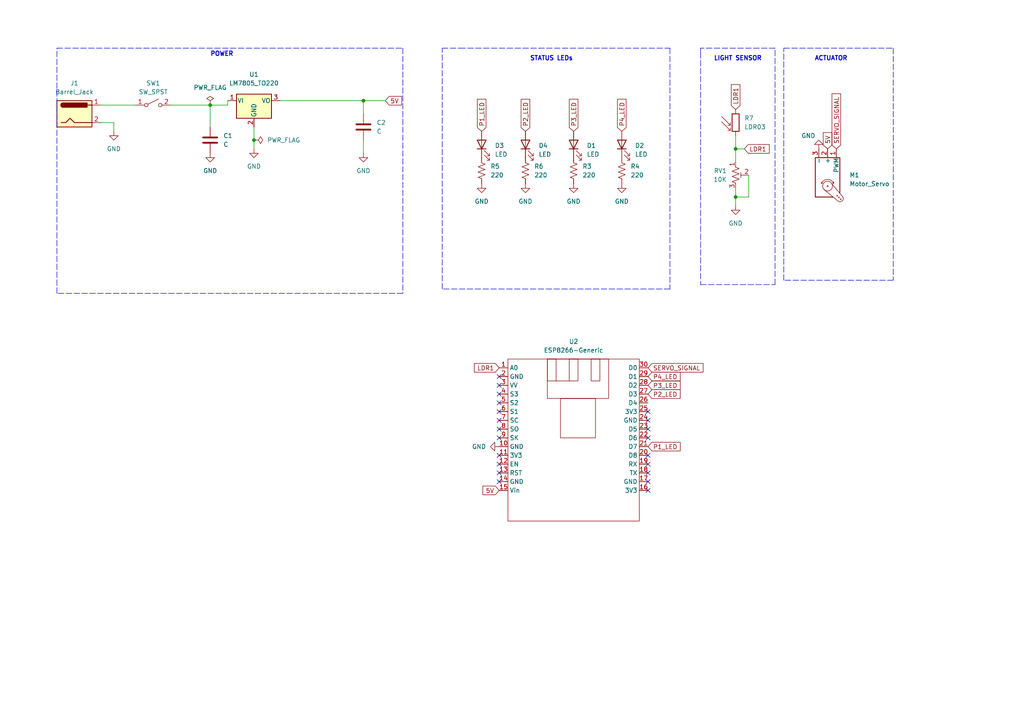
<source format=kicad_sch>
(kicad_sch (version 20211123) (generator eeschema)
  (paper "A4")
  (title_block (title "Process Status System For IC class") (date "2022-06-01") (rev "1") (company "JKUAT ECE 4.1/2022"))
  (lib_symbols
    (symbol "Connector:Barrel_Jack" (pin_names (offset 1.016))
      (property "Reference" "J" (at 0 5.334 0))
      (property "Value" "Barrel_Jack" (at 0 -5.08 0))
      (symbol "Barrel_Jack_0_1"
        (rectangle (start -5.08 3.81) (end 5.08 -3.81) (stroke (width 0.254)) (fill (type background)))
        (arc (start -3.302 3.175) (mid -3.937 2.54) (end -3.302 1.905) (stroke (width 0.254)))
        (arc (start -3.302 3.175) (mid -3.937 2.54) (end -3.302 1.905) (stroke (width 0.254)) (fill (type outline)))
        (polyline (pts (xy 5.08 2.54) (xy 3.81 2.54)) (stroke (width 0.254)))
        (polyline (pts (xy -3.81 -2.54) (xy -2.54 -2.54) (xy -1.27 -1.27) (xy 0 -2.54) (xy 2.54 -2.54) (xy 5.08 -2.54)) (stroke (width 0.254)))
        (rectangle (start 3.683 3.175) (end -3.302 1.905) (stroke (width 0.254)) (fill (type outline)))
      )
      (symbol "Barrel_Jack_1_1"
        (pin passive line (at 7.62 2.54 180) (length 2.54) (name "~") (number "1"))
        (pin passive line (at 7.62 -2.54 180) (length 2.54) (name "~") (number "2"))
      )
    )
    (symbol "DEV_BOARDS:ESP8266-Generic"
      (property "Reference" "U" (at 8.89 1.27 0))
      (property "Value" "ESP8266-Generic" (at 8.89 3.81 0))
      (symbol "ESP8266-Generic_0_1"
        (polyline (pts (xy 13.97 -6.35) (xy 17.78 -6.35)))
        (rectangle (start 0 0) (end 38.1 -46.99))
        (rectangle (start 11.43 0) (end 13.97 -6.35))
        (rectangle (start 11.43 0) (end 29.21 -11.43))
        (rectangle (start 15.24 -11.43) (end 25.4 -22.86))
        (rectangle (start 20.32 -6.35) (end 17.78 0))
        (rectangle (start 24.13 0) (end 26.67 -6.35))
      )
      (symbol "ESP8266-Generic_1_1"
        (pin input line (at -2.54 -2.54 0) (length 2.54) (name "A0") (number "1"))
        (pin input line (at -2.54 -25.4 0) (length 2.54) (name "GND") (number "10"))
        (pin input line (at -2.54 -27.94 0) (length 2.54) (name "3V3") (number "11"))
        (pin input line (at -2.54 -30.48 0) (length 2.54) (name "EN") (number "12"))
        (pin input line (at -2.54 -33.02 0) (length 2.54) (name "RST") (number "13"))
        (pin input line (at -2.54 -35.56 0) (length 2.54) (name "GND") (number "14"))
        (pin input line (at -2.54 -38.1 0) (length 2.54) (name "Vin") (number "15"))
        (pin input line (at 40.64 -38.1 180) (length 2.54) (name "3V3") (number "16"))
        (pin input line (at 40.64 -35.56 180) (length 2.54) (name "GND") (number "17"))
        (pin input line (at 40.64 -33.02 180) (length 2.54) (name "TX") (number "18"))
        (pin input line (at 40.64 -30.48 180) (length 2.54) (name "RX") (number "19"))
        (pin input line (at -2.54 -5.08 0) (length 2.54) (name "GND") (number "2"))
        (pin input line (at 40.64 -27.94 180) (length 2.54) (name "D8") (number "20"))
        (pin input line (at 40.64 -25.4 180) (length 2.54) (name "D7") (number "21"))
        (pin input line (at 40.64 -22.86 180) (length 2.54) (name "D6") (number "22"))
        (pin input line (at 40.64 -20.32 180) (length 2.54) (name "D5") (number "23"))
        (pin input line (at 40.64 -17.78 180) (length 2.54) (name "GND") (number "24"))
        (pin input line (at 40.64 -15.24 180) (length 2.54) (name "3V3") (number "25"))
        (pin input line (at 40.64 -12.7 180) (length 2.54) (name "D4") (number "26"))
        (pin input line (at 40.64 -10.16 180) (length 2.54) (name "D3") (number "27"))
        (pin input line (at 40.64 -7.62 180) (length 2.54) (name "D2") (number "28"))
        (pin input line (at 40.64 -5.08 180) (length 2.54) (name "D1") (number "29"))
        (pin input line (at -2.54 -7.62 0) (length 2.54) (name "VV") (number "3"))
        (pin input line (at 40.64 -2.54 180) (length 2.54) (name "D0") (number "30"))
        (pin input line (at -2.54 -10.16 0) (length 2.54) (name "S3") (number "4"))
        (pin input line (at -2.54 -12.7 0) (length 2.54) (name "S2") (number "5"))
        (pin input line (at -2.54 -15.24 0) (length 2.54) (name "S1") (number "6"))
        (pin input line (at -2.54 -17.78 0) (length 2.54) (name "SC") (number "7"))
        (pin input line (at -2.54 -20.32 0) (length 2.54) (name "SO") (number "8"))
        (pin input line (at -2.54 -22.86 0) (length 2.54) (name "SK") (number "9"))
      )
    )
    (symbol "Device:C" (pin_numbers hide) (pin_names (offset 0.254))
      (property "Reference" "C" (at 0.635 2.54 0))
      (property "Value" "C" (at 0.635 -2.54 0))
      (symbol "C_0_1"
        (polyline (pts (xy -2.032 -0.762) (xy 2.032 -0.762)) (stroke (width 0.508)))
        (polyline (pts (xy -2.032 0.762) (xy 2.032 0.762)) (stroke (width 0.508)))
      )
      (symbol "C_1_1"
        (pin passive line (at 0 3.81 270) (length 2.794) (name "~") (number "1"))
        (pin passive line (at 0 -3.81 90) (length 2.794) (name "~") (number "2"))
      )
    )
    (symbol "Device:LED" (pin_numbers hide) (pin_names (offset 1.016) hide)
      (property "Reference" "D" (at 0 2.54 0))
      (property "Value" "LED" (at 0 -2.54 0))
      (symbol "LED_0_1"
        (polyline (pts (xy -1.27 -1.27) (xy -1.27 1.27)) (stroke (width 0.254)))
        (polyline (pts (xy -1.27 0) (xy 1.27 0)))
        (polyline (pts (xy 1.27 -1.27) (xy 1.27 1.27) (xy -1.27 0) (xy 1.27 -1.27)) (stroke (width 0.254)))
        (polyline (pts (xy -3.048 -0.762) (xy -4.572 -2.286) (xy -3.81 -2.286) (xy -4.572 -2.286) (xy -4.572 -1.524)))
        (polyline (pts (xy -1.778 -0.762) (xy -3.302 -2.286) (xy -2.54 -2.286) (xy -3.302 -2.286) (xy -3.302 -1.524)))
      )
      (symbol "LED_1_1"
        (pin passive line (at -3.81 0 0) (length 2.54) (name "K") (number "1"))
        (pin passive line (at 3.81 0 180) (length 2.54) (name "A") (number "2"))
      )
    )
    (symbol "Device:R_Potentiometer_Trim_US" (pin_names (offset 1.016) hide)
      (property "Reference" "RV" (at -4.445 0 90))
      (property "Value" "R_Potentiometer_Trim_US" (at -2.54 0 90))
      (symbol "R_Potentiometer_Trim_US_0_1"
        (polyline (pts (xy 0 -2.286) (xy 0 -2.54)))
        (polyline (pts (xy 0 2.286) (xy 0 2.54)))
        (polyline (pts (xy 1.524 0.762) (xy 1.524 -0.762)))
        (polyline (pts (xy 2.54 0) (xy 1.524 0)))
        (polyline (pts (xy 0 -0.762) (xy 1.016 -1.143) (xy 0 -1.524) (xy -1.016 -1.905) (xy 0 -2.286)))
        (polyline (pts (xy 0 0.762) (xy 1.016 0.381) (xy 0 0) (xy -1.016 -0.381) (xy 0 -0.762)))
        (polyline (pts (xy 0 2.286) (xy 1.016 1.905) (xy 0 1.524) (xy -1.016 1.143) (xy 0 0.762)))
      )
      (symbol "R_Potentiometer_Trim_US_1_1"
        (pin passive line (at 0 3.81 270) (length 1.27) (name "1") (number "1"))
        (pin passive line (at 3.81 0 180) (length 1.27) (name "2") (number "2"))
        (pin passive line (at 0 -3.81 90) (length 1.27) (name "3") (number "3"))
      )
    )
    (symbol "Device:R_US" (pin_numbers hide) (pin_names (offset 0))
      (property "Reference" "R" (at 2.54 0 90))
      (property "Value" "R_US" (at -2.54 0 90))
      (symbol "R_US_0_1"
        (polyline (pts (xy 0 -2.286) (xy 0 -2.54)))
        (polyline (pts (xy 0 2.286) (xy 0 2.54)))
        (polyline (pts (xy 0 -0.762) (xy 1.016 -1.143) (xy 0 -1.524) (xy -1.016 -1.905) (xy 0 -2.286)))
        (polyline (pts (xy 0 0.762) (xy 1.016 0.381) (xy 0 0) (xy -1.016 -0.381) (xy 0 -0.762)))
        (polyline (pts (xy 0 2.286) (xy 1.016 1.905) (xy 0 1.524) (xy -1.016 1.143) (xy 0 0.762)))
      )
      (symbol "R_US_1_1"
        (pin passive line (at 0 3.81 270) (length 1.27) (name "~") (number "1"))
        (pin passive line (at 0 -3.81 90) (length 1.27) (name "~") (number "2"))
      )
    )
    (symbol "Motor:Motor_Servo" (pin_names (offset 0.0254))
      (property "Reference" "M" (at -5.08 4.445 0))
      (property "Value" "Motor_Servo" (at -5.08 -4.064 0))
      (symbol "Motor_Servo_0_1"
        (polyline (pts (xy 2.413 -1.778) (xy 2.032 -1.778)))
        (polyline (pts (xy 2.413 -1.778) (xy 2.286 -1.397)))
        (polyline (pts (xy 2.413 1.778) (xy 1.905 1.778)))
        (polyline (pts (xy 2.413 1.778) (xy 2.286 1.397)))
        (polyline (pts (xy 6.35 4.445) (xy 2.54 1.27)))
        (polyline (pts (xy 7.62 3.175) (xy 4.191 -1.016)))
        (polyline (pts (xy 5.08 3.556) (xy -5.08 3.556) (xy -5.08 -3.556) (xy 6.35 -3.556) (xy 6.35 1.524)) (stroke (width 0.254)))
        (arc (start 2.413 1.778) (mid 1.2406 0) (end 2.413 -1.778))
        (circle (center 3.175 0) (radius 0.1778))
        (circle (center 3.175 0) (radius 1.4224))
        (circle (center 5.969 2.794) (radius 0.127))
        (circle (center 6.477 3.302) (radius 0.127))
        (circle (center 6.985 3.81) (radius 0.127))
        (arc (start 7.62 3.175) (mid 7.4485 4.2735) (end 6.35 4.445))
      )
      (symbol "Motor_Servo_1_1"
        (pin passive line (at -7.62 2.54 0) (length 2.54) (name "PWM") (number "1"))
        (pin passive line (at -7.62 0 0) (length 2.54) (name "+") (number "2"))
        (pin passive line (at -7.62 -2.54 0) (length 2.54) (name "-") (number "3"))
      )
    )
    (symbol "Regulator_Linear:LM7805_TO220" (pin_names (offset 0.254))
      (property "Reference" "U" (at -3.81 3.175 0))
      (property "Value" "LM7805_TO220" (at 0 3.175 0))
      (symbol "LM7805_TO220_0_1"
        (rectangle (start -5.08 1.905) (end 5.08 -5.08) (stroke (width 0.254)) (fill (type background)))
      )
      (symbol "LM7805_TO220_1_1"
        (pin power_in line (at -7.62 0 0) (length 2.54) (name "VI") (number "1"))
        (pin power_in line (at 0 -7.62 90) (length 2.54) (name "GND") (number "2"))
        (pin power_out line (at 7.62 0 180) (length 2.54) (name "VO") (number "3"))
      )
    )
    (symbol "Sensor_Optical:LDR03" (pin_numbers hide) (pin_names (offset 0))
      (property "Reference" "R" (at -5.08 0 90))
      (property "Value" "LDR03" (at 1.905 0 90))
      (symbol "LDR03_0_1"
        (rectangle (start -1.016 2.54) (end 1.016 -2.54) (stroke (width 0.254)))
        (polyline (pts (xy -1.524 -2.286) (xy -4.064 0.254)))
        (polyline (pts (xy -1.524 -2.286) (xy -2.286 -2.286)))
        (polyline (pts (xy -1.524 -2.286) (xy -1.524 -1.524)))
        (polyline (pts (xy -1.524 -0.762) (xy -4.064 1.778)))
        (polyline (pts (xy -1.524 -0.762) (xy -2.286 -0.762)))
        (polyline (pts (xy -1.524 -0.762) (xy -1.524 0)))
      )
      (symbol "LDR03_1_1"
        (pin passive line (at 0 3.81 270) (length 1.27) (name "~") (number "1"))
        (pin passive line (at 0 -3.81 90) (length 1.27) (name "~") (number "2"))
      )
    )
    (symbol "Switch:SW_SPST" (pin_names (offset 0) hide)
      (property "Reference" "SW" (at 0 3.175 0))
      (property "Value" "SW_SPST" (at 0 -2.54 0))
      (symbol "SW_SPST_0_0"
        (circle (center -2.032 0) (radius 0.508))
        (polyline (pts (xy -1.524 0.254) (xy 1.524 1.778)))
        (circle (center 2.032 0) (radius 0.508))
      )
      (symbol "SW_SPST_1_1"
        (pin passive line (at -5.08 0 0) (length 2.54) (name "A") (number "1"))
        (pin passive line (at 5.08 0 180) (length 2.54) (name "B") (number "2"))
      )
    )
    (symbol "power:GND" (power) (pin_names (offset 0))
      (property "Value" "GND" (at 0 -3.81 0))
      (symbol "GND_0_1"
        (polyline (pts (xy 0 0) (xy 0 -1.27) (xy 1.27 -1.27) (xy 0 -2.54) (xy -1.27 -1.27) (xy 0 -1.27)))
      )
      (symbol "GND_1_1"
        (pin power_in line (at 0 0 270) (length 0) hide (name "GND") (number "1"))
      )
    )
    (symbol "power:PWR_FLAG" (power) (pin_numbers hide) (pin_names (offset 0) hide)
      (property "Value" "PWR_FLAG" (at 0 3.81 0))
      (symbol "PWR_FLAG_0_0"
        (pin power_out line (at 0 0 90) (length 0) (name "pwr") (number "1"))
      )
      (symbol "PWR_FLAG_0_1"
        (polyline (pts (xy 0 0) (xy 0 1.27) (xy -1.016 1.905) (xy 0 2.54) (xy 1.016 1.905) (xy 0 1.27)))
      )
    )
  )
  (junction (at 213.36 43.18))
  (junction (at 73.66 40.64))
  (junction (at 105.41 29.21))
  (junction (at 213.36 57.15))
  (junction (at 60.96 30.48))
  (no_connect (at 187.96 121.92))
  (no_connect (at 144.78 114.3))
  (no_connect (at 187.96 142.24))
  (no_connect (at 144.78 127))
  (no_connect (at 187.96 134.62))
  (no_connect (at 144.78 109.22))
  (no_connect (at 187.96 139.7))
  (no_connect (at 144.78 119.38))
  (no_connect (at 144.78 116.84))
  (no_connect (at 144.78 111.76))
  (no_connect (at 144.78 137.16))
  (no_connect (at 187.96 137.16))
  (no_connect (at 144.78 132.08))
  (no_connect (at 144.78 124.46))
  (no_connect (at 187.96 124.46))
  (no_connect (at 144.78 134.62))
  (no_connect (at 187.96 119.38))
  (no_connect (at 144.78 121.92))
  (no_connect (at 144.78 139.7))
  (no_connect (at 187.96 127))
  (no_connect (at 187.96 132.08))
  (polyline (pts (xy 116.84 13.97) (xy 116.84 85.09)))
  (polyline (pts (xy 128.27 13.97) (xy 133.35 13.97)))
  (wire (pts (xy 29.21 35.56) (xy 33.02 35.56)))
  (polyline (pts (xy 203.2 13.97) (xy 203.2 15.24)))
  (polyline (pts (xy 203.2 15.24) (xy 203.2 82.55)))
  (wire (pts (xy 213.36 43.18) (xy 215.9 43.18)))
  (wire (pts (xy 60.96 30.48) (xy 66.04 30.48)))
  (polyline (pts (xy 16.51 13.97) (xy 116.84 13.97)))
  (wire (pts (xy 105.41 29.21) (xy 105.41 33.02)))
  (wire (pts (xy 29.21 30.48) (xy 39.37 30.48)))
  (wire (pts (xy 60.96 30.48) (xy 60.96 36.83)))
  (polyline (pts (xy 194.31 13.97) (xy 194.31 83.82)))
  (wire (pts (xy 49.53 30.48) (xy 60.96 30.48)))
  (wire (pts (xy 105.41 29.21) (xy 111.76 29.21)))
  (polyline (pts (xy 116.84 85.09) (xy 16.51 85.09)))
  (wire (pts (xy 73.66 36.83) (xy 73.66 40.64)))
  (wire (pts (xy 217.17 57.15) (xy 213.36 57.15)))
  (wire (pts (xy 213.36 54.61) (xy 213.36 57.15)))
  (wire (pts (xy 217.17 50.8) (xy 217.17 57.15)))
  (polyline (pts (xy 259.08 81.28) (xy 227.33 81.28)))
  (wire (pts (xy 73.66 40.64) (xy 73.66 43.18)))
  (polyline (pts (xy 194.31 83.82) (xy 128.27 83.82)))
  (polyline (pts (xy 224.79 13.97) (xy 203.2 13.97)))
  (polyline (pts (xy 259.08 13.97) (xy 259.08 81.28)))
  (polyline (pts (xy 128.27 83.82) (xy 128.27 13.97)))
  (wire (pts (xy 33.02 35.56) (xy 33.02 38.1)))
  (polyline (pts (xy 227.33 81.28) (xy 227.33 13.97)))
  (wire (pts (xy 213.36 39.37) (xy 213.36 43.18)))
  (wire (pts (xy 213.36 57.15) (xy 213.36 59.69)))
  (polyline (pts (xy 203.2 82.55) (xy 224.79 82.55)))
  (polyline (pts (xy 16.51 85.09) (xy 16.51 13.97)))
  (wire (pts (xy 105.41 40.64) (xy 105.41 44.45)))
  (wire (pts (xy 81.28 29.21) (xy 105.41 29.21)))
  (wire (pts (xy 213.36 43.18) (xy 213.36 46.99)))
  (polyline (pts (xy 133.35 13.97) (xy 194.31 13.97)))
  (polyline (pts (xy 224.79 82.55) (xy 224.79 13.97)))
  (polyline (pts (xy 227.33 13.97) (xy 259.08 13.97)))
  (wire (pts (xy 66.04 30.48) (xy 66.04 29.21)))
  (text "LIGHT SENSOR\n" (at 207.01 17.78 0) (effects (font (size 1.27 1.27) bold) (justify left bottom)))
  (text "ACTUATOR\n" (at 236.22 17.78 0) (effects (font (size 1.27 1.27) (thickness 0.254) bold) (justify left bottom)))
  (text "POWER" (at 60.96 16.51 0) (effects (font (size 1.27 1.27) bold) (justify left bottom)))
  (text "STATUS LEDs" (at 153.67 17.78 0) (effects (font (size 1.27 1.27) bold) (justify left bottom)))
  (global_label "P3_LED" (shape input) (at 166.37 38.1 90) (property "Intersheet References" "${INTERSHEET_REFS}" (effects hide)))
  (global_label "5V" (shape input) (at 111.76 29.21 0) (property "Intersheet References" "${INTERSHEET_REFS}" (effects hide)))
  (global_label "P3_LED" (shape input) (at 187.96 111.76 0) (property "Intersheet References" "${INTERSHEET_REFS}" (effects hide)))
  (global_label "5V" (shape input) (at 144.78 142.24 180) (property "Intersheet References" "${INTERSHEET_REFS}" (effects hide)))
  (global_label "P1_LED" (shape input) (at 187.96 129.54 0) (property "Intersheet References" "${INTERSHEET_REFS}" (effects hide)))
  (global_label "P2_LED" (shape input) (at 187.96 114.3 0) (property "Intersheet References" "${INTERSHEET_REFS}" (effects hide)))
  (global_label "P4_LED" (shape input) (at 180.34 38.1 90) (property "Intersheet References" "${INTERSHEET_REFS}" (effects hide)))
  (global_label "LDR1" (shape input) (at 144.78 106.68 180) (property "Intersheet References" "${INTERSHEET_REFS}" (effects hide)))
  (global_label "P1_LED" (shape input) (at 139.7 38.1 90) (property "Intersheet References" "${INTERSHEET_REFS}" (effects hide)))
  (global_label "5V" (shape input) (at 240.03 43.18 90) (property "Intersheet References" "${INTERSHEET_REFS}" (effects hide)))
  (global_label "P4_LED" (shape input) (at 187.96 109.22 0) (property "Intersheet References" "${INTERSHEET_REFS}" (effects hide)))
  (global_label "P2_LED" (shape input) (at 152.4 38.1 90) (property "Intersheet References" "${INTERSHEET_REFS}" (effects hide)))
  (global_label "LDR1" (shape input) (at 213.36 31.75 90) (property "Intersheet References" "${INTERSHEET_REFS}" (effects hide)))
  (global_label "SERVO_SIGNAL" (shape input) (at 187.96 106.68 0) (property "Intersheet References" "${INTERSHEET_REFS}" (effects hide)))
  (global_label "LDR1" (shape input) (at 215.9 43.18 0) (property "Intersheet References" "${INTERSHEET_REFS}" (effects hide)))
  (global_label "SERVO_SIGNAL" (shape input) (at 242.57 43.18 90) (property "Intersheet References" "${INTERSHEET_REFS}" (effects hide)))
  (symbol (lib_id "power:PWR_FLAG") (at 60.96 30.48 0) (unit 1)
    (property "Reference" "#FLG01" (effects hide))
    (property "Value" "PWR_FLAG" (at 60.96 25.4 0))
  )
  (symbol (lib_id "power:GND") (at 152.4 53.34 0) (unit 1)
    (property "Reference" "#PWR09" (effects hide))
    (property "Value" "GND" (at 152.4 58.42 0))
  )
  (symbol (lib_id "power:PWR_FLAG") (at 73.66 40.64 270) (unit 1)
    (property "Reference" "#FLG0101" (effects hide))
    (property "Value" "PWR_FLAG" (at 77.47 40.6399 90) (effects (justify left)))
  )
  (symbol (lib_id "power:GND") (at 166.37 53.34 0) (unit 1)
    (property "Reference" "#PWR06" (effects hide))
    (property "Value" "GND" (at 166.37 58.42 0))
  )
  (symbol (lib_id "power:GND") (at 144.78 129.54 270) (unit 1)
    (property "Reference" "#PWR013" (effects hide))
    (property "Value" "GND" (at 140.97 129.5399 90) (effects (justify right)))
  )
  (symbol (lib_id "power:GND") (at 73.66 43.18 0) (unit 1)
    (property "Reference" "#PWR04" (effects hide))
    (property "Value" "GND" (at 73.66 48.26 0))
  )
  (symbol (lib_id "Motor:Motor_Servo") (at 240.03 50.8 270) (unit 1)
    (property "Reference" "M1" (at 246.38 50.7887 90) (effects (justify left)))
    (property "Value" "Motor_Servo" (at 246.38 53.3287 90) (effects (justify left)))
    (property "Footprint" "Connector_PinHeader_2.54mm:PinHeader_1x03_P2.54mm_Vertical" (effects hide))
    (property "Datasheet" "http://forums.parallax.com/uploads/attachments/46831/74481.png" (effects hide))
  )
  (symbol (lib_id "Device:R_Potentiometer_Trim_US") (at 213.36 50.8 0) (unit 1)
    (property "Reference" "RV1" (at 210.82 49.5299 0) (effects (justify right)))
    (property "Value" "10K" (at 210.82 52.0699 0) (effects (justify right)))
    (property "Footprint" "Potentiometer_THT:Potentiometer_Piher_PT-10-V05_Vertical" (effects hide))
  )
  (symbol (lib_id "power:GND") (at 60.96 44.45 0) (unit 1)
    (property "Reference" "#PWR03" (effects hide))
    (property "Value" "GND" (at 60.96 49.53 0))
  )
  (symbol (lib_id "Device:R_US") (at 166.37 49.53 0) (unit 1)
    (property "Reference" "R3" (at 168.91 48.2599 0) (effects (justify left)))
    (property "Value" "220" (at 168.91 50.7999 0) (effects (justify left)))
    (property "Footprint" "Resistor_THT:R_Axial_DIN0204_L3.6mm_D1.6mm_P7.62mm_Horizontal" (effects hide))
  )
  (symbol (lib_id "power:GND") (at 180.34 53.34 0) (unit 1)
    (property "Reference" "#PWR07" (effects hide))
    (property "Value" "GND" (at 180.34 58.42 0))
  )
  (symbol (lib_id "Device:LED") (at 139.7 41.91 90) (unit 1)
    (property "Reference" "D3" (at 143.51 42.2274 90) (effects (justify right)))
    (property "Value" "LED" (at 143.51 44.7674 90) (effects (justify right)))
    (property "Footprint" "LED_THT:LED_D5.0mm" (effects hide))
  )
  (symbol (lib_id "Regulator_Linear:LM7805_TO220") (at 73.66 29.21 0) (unit 1)
    (property "Reference" "U1" (at 73.66 21.59 0))
    (property "Value" "LM7805_TO220" (at 73.66 24.13 0))
    (property "Footprint" "Package_TO_SOT_THT:TO-220-3_Vertical" (effects hide))
    (property "Datasheet" "https://www.onsemi.cn/PowerSolutions/document/MC7800-D.PDF" (effects hide))
  )
  (symbol (lib_id "Device:LED") (at 180.34 41.91 90) (unit 1)
    (property "Reference" "D2" (at 184.15 42.2274 90) (effects (justify right)))
    (property "Value" "LED" (at 184.15 44.7674 90) (effects (justify right)))
    (property "Footprint" "LED_THT:LED_D5.0mm" (effects hide))
  )
  (symbol (lib_id "power:GND") (at 33.02 38.1 0) (unit 1)
    (property "Reference" "#PWR01" (effects hide))
    (property "Value" "GND" (at 33.02 43.18 0))
  )
  (symbol (lib_id "Connector:Barrel_Jack") (at 21.59 33.02 0) (unit 1)
    (property "Reference" "J1" (at 21.59 24.13 0))
    (property "Value" "Barrel_Jack" (at 21.59 26.67 0))
    (property "Footprint" "Connector_BarrelJack:BarrelJack_GCT_DCJ200-10-A_Horizontal" (effects hide))
  )
  (symbol (lib_id "Device:C") (at 105.41 36.83 0) (unit 1)
    (property "Reference" "C2" (at 109.22 35.5599 0) (effects (justify left)))
    (property "Value" "C" (at 109.22 38.0999 0) (effects (justify left)))
    (property "Footprint" "Capacitor_THT:CP_Radial_D4.0mm_P1.50mm" (effects hide))
  )
  (symbol (lib_id "power:GND") (at 139.7 53.34 0) (unit 1)
    (property "Reference" "#PWR08" (effects hide))
    (property "Value" "GND" (at 139.7 58.42 0))
  )
  (symbol (lib_id "Device:C") (at 60.96 40.64 0) (unit 1)
    (property "Reference" "C1" (at 64.77 39.3699 0) (effects (justify left)))
    (property "Value" "C" (at 64.77 41.9099 0) (effects (justify left)))
    (property "Footprint" "Capacitor_THT:CP_Radial_D4.0mm_P1.50mm" (effects hide))
  )
  (symbol (lib_id "power:GND") (at 105.41 44.45 0) (unit 1)
    (property "Reference" "#PWR05" (effects hide))
    (property "Value" "GND" (at 105.41 49.53 0))
  )
  (symbol (lib_id "Device:R_US") (at 139.7 49.53 0) (unit 1)
    (property "Reference" "R5" (at 142.24 48.2599 0) (effects (justify left)))
    (property "Value" "220" (at 142.24 50.7999 0) (effects (justify left)))
    (property "Footprint" "Resistor_THT:R_Axial_DIN0204_L3.6mm_D1.6mm_P7.62mm_Horizontal" (effects hide))
  )
  (symbol (lib_id "DEV_BOARDS:ESP8266-Generic") (at 147.32 104.14 0) (unit 1)
    (property "Reference" "U2" (at 166.37 99.06 0))
    (property "Value" "ESP8266-Generic" (at 166.37 101.6 0))
    (property "Footprint" "custom-footprints:ESP8266-Generic" (effects hide))
  )
  (symbol (lib_id "Switch:SW_SPST") (at 44.45 30.48 0) (unit 1)
    (property "Reference" "SW1" (at 44.45 24.13 0))
    (property "Value" "SW_SPST" (at 44.45 26.67 0))
    (property "Footprint" "custom-footprints:piano-slide-switchx3" (effects hide))
  )
  (symbol (lib_id "Device:LED") (at 152.4 41.91 90) (unit 1)
    (property "Reference" "D4" (at 156.21 42.2274 90) (effects (justify right)))
    (property "Value" "LED" (at 156.21 44.7674 90) (effects (justify right)))
    (property "Footprint" "LED_THT:LED_D5.0mm" (effects hide))
  )
  (symbol (lib_id "Device:LED") (at 166.37 41.91 90) (unit 1)
    (property "Reference" "D1" (at 170.18 42.2274 90) (effects (justify right)))
    (property "Value" "LED" (at 170.18 44.7674 90) (effects (justify right)))
    (property "Footprint" "LED_THT:LED_D5.0mm" (effects hide))
  )
  (symbol (lib_id "Sensor_Optical:LDR03") (at 213.36 35.56 0) (unit 1)
    (property "Reference" "R7" (at 215.9 34.2899 0) (effects (justify left)))
    (property "Value" "LDR03" (at 215.9 36.8299 0) (effects (justify left)))
    (property "Footprint" "OptoDevice:R_LDR_10x8.5mm_P7.6mm_Vertical" (effects hide))
    (property "Datasheet" "http://www.elektronica-componenten.nl/WebRoot/StoreNL/Shops/61422969/54F1/BA0C/C664/31B9/2173/C0A8/2AB9/2AEF/LDR03IMP.pdf" (effects hide))
  )
  (symbol (lib_id "Device:R_US") (at 152.4 49.53 0) (unit 1)
    (property "Reference" "R6" (at 154.94 48.2599 0) (effects (justify left)))
    (property "Value" "220" (at 154.94 50.7999 0) (effects (justify left)))
    (property "Footprint" "Resistor_THT:R_Axial_DIN0204_L3.6mm_D1.6mm_P7.62mm_Horizontal" (effects hide))
  )
  (symbol (lib_id "Device:R_US") (at 180.34 49.53 0) (unit 1)
    (property "Reference" "R4" (at 182.88 48.2599 0) (effects (justify left)))
    (property "Value" "220" (at 182.88 50.7999 0) (effects (justify left)))
    (property "Footprint" "Resistor_THT:R_Axial_DIN0204_L3.6mm_D1.6mm_P7.62mm_Horizontal" (effects hide))
  )
  (symbol (lib_id "power:GND") (at 213.36 59.69 0) (unit 1)
    (property "Reference" "#PWR010" (effects hide))
    (property "Value" "GND" (at 213.36 64.77 0))
  )
  (symbol (lib_id "power:GND") (at 237.49 43.18 180) (unit 1)
    (property "Reference" "#PWR011" (effects hide))
    (property "Value" "GND" (at 232.41 39.37 0) (effects (justify right)))
  )
)
</source>
